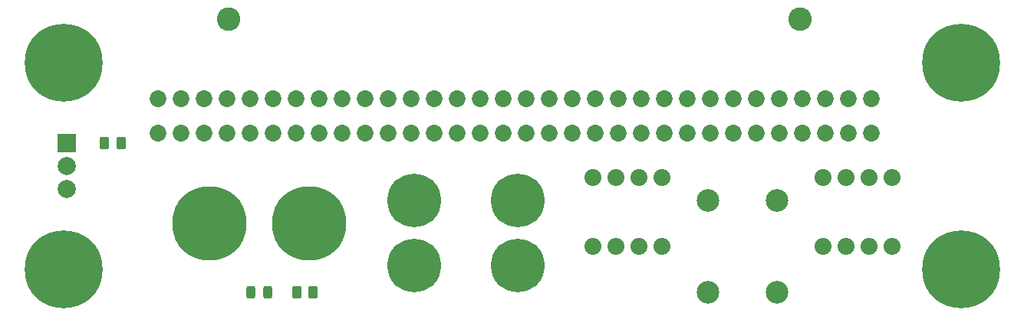
<source format=gts>
G04 #@! TF.GenerationSoftware,KiCad,Pcbnew,8.0.4*
G04 #@! TF.CreationDate,2024-09-24T23:47:47-04:00*
G04 #@! TF.ProjectId,CommonSlotAdapter,436f6d6d-6f6e-4536-9c6f-744164617074,rev?*
G04 #@! TF.SameCoordinates,Original*
G04 #@! TF.FileFunction,Soldermask,Top*
G04 #@! TF.FilePolarity,Negative*
%FSLAX46Y46*%
G04 Gerber Fmt 4.6, Leading zero omitted, Abs format (unit mm)*
G04 Created by KiCad (PCBNEW 8.0.4) date 2024-09-24 23:47:47*
%MOMM*%
%LPD*%
G01*
G04 APERTURE LIST*
G04 Aperture macros list*
%AMRoundRect*
0 Rectangle with rounded corners*
0 $1 Rounding radius*
0 $2 $3 $4 $5 $6 $7 $8 $9 X,Y pos of 4 corners*
0 Add a 4 corners polygon primitive as box body*
4,1,4,$2,$3,$4,$5,$6,$7,$8,$9,$2,$3,0*
0 Add four circle primitives for the rounded corners*
1,1,$1+$1,$2,$3*
1,1,$1+$1,$4,$5*
1,1,$1+$1,$6,$7*
1,1,$1+$1,$8,$9*
0 Add four rect primitives between the rounded corners*
20,1,$1+$1,$2,$3,$4,$5,0*
20,1,$1+$1,$4,$5,$6,$7,0*
20,1,$1+$1,$6,$7,$8,$9,0*
20,1,$1+$1,$8,$9,$2,$3,0*%
G04 Aperture macros list end*
%ADD10C,2.000000*%
%ADD11R,2.000000X2.000000*%
%ADD12C,2.600000*%
%ADD13C,1.853200*%
%ADD14C,5.919200*%
%ADD15C,8.203200*%
%ADD16C,8.600000*%
%ADD17C,1.875000*%
%ADD18C,2.500000*%
%ADD19RoundRect,0.250000X0.262500X0.450000X-0.262500X0.450000X-0.262500X-0.450000X0.262500X-0.450000X0*%
%ADD20RoundRect,0.250000X-0.262500X-0.450000X0.262500X-0.450000X0.262500X0.450000X-0.262500X0.450000X0*%
%ADD21RoundRect,0.243750X-0.243750X-0.456250X0.243750X-0.456250X0.243750X0.456250X-0.243750X0.456250X0*%
G04 APERTURE END LIST*
D10*
X89281000Y-82550000D03*
X89281000Y-80010000D03*
D11*
X89281000Y-77470000D03*
D12*
X107164000Y-63684600D03*
X170204000Y-63684600D03*
D13*
X178054000Y-72544600D03*
X175514000Y-72544600D03*
X172974000Y-72544600D03*
X170434000Y-72544600D03*
X167894000Y-72544600D03*
X165354000Y-72544600D03*
X162814000Y-72544600D03*
X160274000Y-72544600D03*
X157734000Y-72544600D03*
X155194000Y-72544600D03*
X152654000Y-72544600D03*
X150114000Y-72544600D03*
X147574000Y-72544600D03*
X145034000Y-72544600D03*
X142494000Y-72544600D03*
X139954000Y-72544600D03*
X137414000Y-72544600D03*
X134874000Y-72544600D03*
X132334000Y-72544600D03*
X129794000Y-72544600D03*
X127254000Y-72544600D03*
X124714000Y-72544600D03*
X122174000Y-72544600D03*
X119634000Y-72544600D03*
X117094000Y-72544600D03*
X114554000Y-72544600D03*
X112014000Y-72544600D03*
X109474000Y-72544600D03*
X106934000Y-72544600D03*
X104394000Y-72544600D03*
X101854000Y-72544600D03*
X99314000Y-72544600D03*
X99314000Y-76344600D03*
X101854000Y-76344600D03*
X104394000Y-76344600D03*
X106934000Y-76344600D03*
X109474000Y-76344600D03*
X112014000Y-76344600D03*
X114554000Y-76344600D03*
X117094000Y-76344600D03*
X119634000Y-76344600D03*
X122174000Y-76344600D03*
X124714000Y-76344600D03*
X127254000Y-76344600D03*
X129794000Y-76344600D03*
X132334000Y-76344600D03*
X134874000Y-76344600D03*
X137414000Y-76344600D03*
X139954000Y-76344600D03*
X142494000Y-76344600D03*
X145034000Y-76344600D03*
X147574000Y-76344600D03*
X150114000Y-76344600D03*
X152654000Y-76344600D03*
X155194000Y-76344600D03*
X157734000Y-76344600D03*
X160274000Y-76344600D03*
X162814000Y-76344600D03*
X165354000Y-76344600D03*
X167894000Y-76344600D03*
X170434000Y-76344600D03*
X172974000Y-76344600D03*
X175514000Y-76344600D03*
X178054000Y-76344600D03*
D14*
X139065000Y-91020000D03*
X139065000Y-83820000D03*
X127635000Y-91020000D03*
X127635000Y-83820000D03*
D15*
X104990000Y-86360000D03*
X115990000Y-86360000D03*
D16*
X187960000Y-91440000D03*
X88900000Y-91440000D03*
X187960000Y-68580000D03*
X88900000Y-68580000D03*
D17*
X172720000Y-81280000D03*
X172720000Y-88900000D03*
X175260000Y-81280000D03*
X175260000Y-88900000D03*
X177800000Y-81280000D03*
X177800000Y-88900000D03*
X180340000Y-81280000D03*
X180340000Y-88900000D03*
X147320000Y-81280000D03*
X147320000Y-88900000D03*
X149860000Y-81280000D03*
X149860000Y-88900000D03*
X152400000Y-81280000D03*
X152400000Y-88900000D03*
X154940000Y-81280000D03*
X154940000Y-88900000D03*
D18*
X167640000Y-93980000D03*
X167640000Y-83820000D03*
X160020000Y-93980000D03*
X160020000Y-83820000D03*
D19*
X114657500Y-93980000D03*
X116482500Y-93980000D03*
D20*
X95273500Y-77470000D03*
X93448500Y-77470000D03*
D21*
X111427500Y-93980000D03*
X109552500Y-93980000D03*
M02*

</source>
